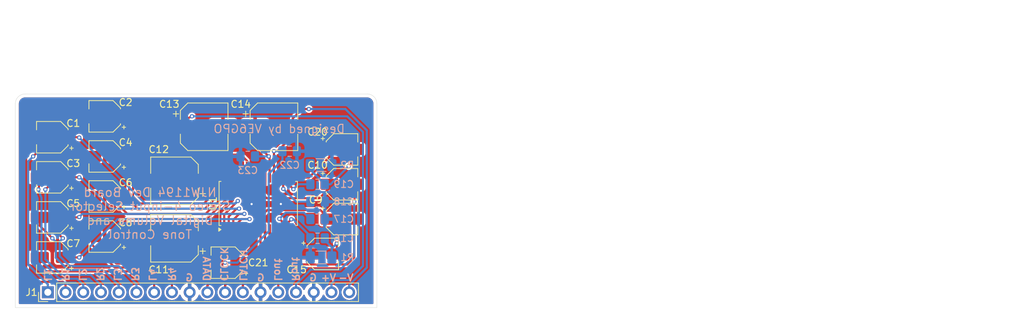
<source format=kicad_pcb>
(kicad_pcb (version 20240108) (generator "pcbnew") (generator_version "8.0")
  (layers (0 "F.Cu" signal) (31 "B.Cu" signal) (34 "B.Paste" user) (35 "F.Paste" user) (36 "B.SilkS" user "B.Silkscreen") (37 "F.SilkS" user "F.Silkscreen") (38 "B.Mask" user) (39 "F.Mask" user) (44 "Edge.Cuts" user))
  (net 0 "")
  (net 1 "Net-(U1-In_A1)")
  (net 2 "Net-(U1-In_B1)")
  (net 3 "Net-(U1-In_A2)")
  (net 4 "Net-(U1-In_B2)")
  (net 5 "Net-(U1-In_A3)")
  (net 6 "Net-(U1-In_B3)")
  (net 7 "Net-(U1-In_A4)")
  (net 8 "Net-(U1-In_B4)")
  (net 9 "Net-(U1-Out_A)")
  (net 10 "Net-(U1-Out_B)")
  (net 11 "Net-(U1-DCCAP_A)")
  (net 12 "GND")
  (net 13 "Net-(U1-DCCAP_B)")
  (net 14 "/V+")
  (net 15 "/V-")
  (net 16 "Net-(C15-Pad2)")
  (net 17 "Net-(U1-Tone_BA2A)")
  (net 18 "Net-(U1-Tone_BA1A)")
  (net 19 "Net-(U1-Tone_TR1A)")
  (net 20 "Net-(U1-Tone_TR1B)")
  (net 21 "Net-(U1-Tone_BA1B)")
  (net 22 "Net-(C19-Pad1)")
  (net 23 "Net-(U1-Tone_BA2B)")
  (net 24 "Net-(U1-VDDOUT)")
  (net 25 "/L1_in")
  (net 26 "/R1_in")
  (net 27 "/L2_in")
  (net 28 "/R2_in")
  (net 29 "/L3_in")
  (net 30 "/R3_in")
  (net 31 "/L4_in")
  (net 32 "/R4_in")
  (net 33 "/L_out")
  (net 34 "/R_out")
  (net 35 "/LATCH")
  (net 36 "/CLOCK")
  (net 37 "/DATA")
  (footprint "Capacitor_SMD:CP_Elec_4x5.7" (layer "F.Cu") (at 102.25 86.5 180)
    (property "Reference" "C7" (at -3 2 180) (layer "F.SilkS"))
    (property "Value" "10u")
    (pad "1" smd roundrect (at -1.8 0 180) (size 2.6 1.6) (layers "F.Cu" "F.Paste" "F.Mask") (roundrect_rratio 0.15625) (net 7 "Net-(U1-In_A4)"))
    (pad "2" smd roundrect (at 1.8 0 180) (size 2.6 1.6) (layers "F.Cu" "F.Paste" "F.Mask") (roundrect_rratio 0.15625) (net 31 "/L4_in"))
  )
  (footprint "Capacitor_SMD:CP_Elec_6.3x7.7" (layer "F.Cu") (at 124 67.75)
    (property "Reference" "C13" (at -5 -3.25 0) (layer "F.SilkS"))
    (property "Value" "100u")
    (pad "1" smd roundrect (at -2.7 0) (size 3.5 1.6) (layers "F.Cu" "F.Paste" "F.Mask") (roundrect_rratio 0.15625) (net 14 "/V+"))
    (pad "2" smd roundrect (at 2.7 0) (size 3.5 1.6) (layers "F.Cu" "F.Paste" "F.Mask") (roundrect_rratio 0.15625) (net 12 "GND"))
  )
  (footprint "Capacitor_SMD:CP_Elec_6.3x7.7" (layer "F.Cu") (at 119.75 75.5 180)
    (property "Reference" "C12" (at 2.25 4.5 0) (layer "F.SilkS"))
    (property "Value" "100u")
    (pad "1" smd roundrect (at -2.7 0 180) (size 3.5 1.6) (layers "F.Cu" "F.Paste" "F.Mask") (roundrect_rratio 0.15625) (net 13 "Net-(U1-DCCAP_B)"))
    (pad "2" smd roundrect (at 2.7 0 180) (size 3.5 1.6) (layers "F.Cu" "F.Paste" "F.Mask") (roundrect_rratio 0.15625) (net 12 "GND"))
  )
  (footprint "Capacitor_SMD:CP_Elec_4x5.7" (layer "F.Cu") (at 143.75 71)
    (property "Reference" "C20" (at -3.5 -2.5 180) (layer "F.SilkS"))
    (property "Value" "4u7")
    (pad "1" smd roundrect (at -1.8 0) (size 2.6 1.6) (layers "F.Cu" "F.Paste" "F.Mask") (roundrect_rratio 0.15625) (net 23 "Net-(U1-Tone_BA2B)"))
    (pad "2" smd roundrect (at 1.8 0) (size 2.6 1.6) (layers "F.Cu" "F.Paste" "F.Mask") (roundrect_rratio 0.15625) (net 22 "Net-(C19-Pad1)"))
  )
  (footprint "Capacitor_SMD:CP_Elec_4x5.7" (layer "F.Cu") (at 127.25 87.25 180)
    (property "Reference" "C21" (at -4.5 0 0) (layer "F.SilkS"))
    (property "Value" "10u")
    (pad "1" smd roundrect (at -1.8 0 180) (size 2.6 1.6) (layers "F.Cu" "F.Paste" "F.Mask") (roundrect_rratio 0.15625) (net 24 "Net-(U1-VDDOUT)"))
    (pad "2" smd roundrect (at 1.8 0 180) (size 2.6 1.6) (layers "F.Cu" "F.Paste" "F.Mask") (roundrect_rratio 0.15625) (net 15 "/V-"))
  )
  (footprint "Capacitor_SMD:CP_Elec_4x5.7" (layer "F.Cu") (at 102.25 80.75 180)
    (property "Reference" "C5" (at -3 2 180) (layer "F.SilkS"))
    (property "Value" "10u")
    (pad "1" smd roundrect (at -1.8 0 180) (size 2.6 1.6) (layers "F.Cu" "F.Paste" "F.Mask") (roundrect_rratio 0.15625) (net 5 "Net-(U1-In_A3)"))
    (pad "2" smd roundrect (at 1.8 0 180) (size 2.6 1.6) (layers "F.Cu" "F.Paste" "F.Mask") (roundrect_rratio 0.15625) (net 29 "/L3_in"))
  )
  (footprint "GP_graphics:graph" (layer "F.Cu") (at 115.25 68.25)
    (property "Reference" "G***" (hide yes))
    (property "Value" "LOGO" (hide yes))
  )
  (footprint "Capacitor_SMD:CP_Elec_6.3x7.7" (layer "F.Cu") (at 134 67.75)
    (property "Reference" "C14" (at -4.75 -3.25 0) (layer "F.SilkS"))
    (property "Value" "100u")
    (pad "1" smd roundrect (at -2.7 0) (size 3.5 1.6) (layers "F.Cu" "F.Paste" "F.Mask") (roundrect_rratio 0.15625) (net 12 "GND"))
    (pad "2" smd roundrect (at 2.7 0) (size 3.5 1.6) (layers "F.Cu" "F.Paste" "F.Mask") (roundrect_rratio 0.15625) (net 15 "/V-"))
  )
  (footprint "Capacitor_SMD:CP_Elec_4x5.7" (layer "F.Cu") (at 109.75 72 180)
    (property "Reference" "C4" (at -3 2 180) (layer "F.SilkS"))
    (property "Value" "10u")
    (pad "1" smd roundrect (at -1.8 0 180) (size 2.6 1.6) (layers "F.Cu" "F.Paste" "F.Mask") (roundrect_rratio 0.15625) (net 4 "Net-(U1-In_B2)"))
    (pad "2" smd roundrect (at 1.8 0 180) (size 2.6 1.6) (layers "F.Cu" "F.Paste" "F.Mask") (roundrect_rratio 0.15625) (net 28 "/R2_in"))
  )
  (footprint "Capacitor_SMD:CP_Elec_4x5.7" (layer "F.Cu") (at 143.75 81)
    (property "Reference" "C9" (at -3.75 -2.75 0) (layer "F.SilkS"))
    (property "Value" "10u")
    (pad "1" smd roundrect (at -1.8 0) (size 2.6 1.6) (layers "F.Cu" "F.Paste" "F.Mask") (roundrect_rratio 0.15625) (net 9 "Net-(U1-Out_A)"))
    (pad "2" smd roundrect (at 1.8 0) (size 2.6 1.6) (layers "F.Cu" "F.Paste" "F.Mask") (roundrect_rratio 0.15625) (net 33 "/L_out"))
  )
  (footprint "Capacitor_SMD:CP_Elec_4x5.7" (layer "F.Cu") (at 109.75 77.75 180)
    (property "Reference" "C6" (at -3 2 180) (layer "F.SilkS"))
    (property "Value" "10u")
    (pad "1" smd roundrect (at -1.8 0 180) (size 2.6 1.6) (layers "F.Cu" "F.Paste" "F.Mask") (roundrect_rratio 0.15625) (net 6 "Net-(U1-In_B3)"))
    (pad "2" smd roundrect (at 1.8 0 180) (size 2.6 1.6) (layers "F.Cu" "F.Paste" "F.Mask") (roundrect_rratio 0.15625) (net 30 "/R3_in"))
  )
  (footprint "Capacitor_SMD:CP_Elec_4x5.7" (layer "F.Cu") (at 141 86)
    (property "Reference" "C15" (at -3.75 2.25 180) (layer "F.SilkS"))
    (property "Value" "4u7")
    (pad "1" smd roundrect (at -1.8 0) (size 2.6 1.6) (layers "F.Cu" "F.Paste" "F.Mask") (roundrect_rratio 0.15625) (net 17 "Net-(U1-Tone_BA2A)"))
    (pad "2" smd roundrect (at 1.8 0) (size 2.6 1.6) (layers "F.Cu" "F.Paste" "F.Mask") (roundrect_rratio 0.15625) (net 16 "Net-(C15-Pad2)"))
  )
  (footprint "Package_SO:TSSOP-32_6.1x11mm_P0.65mm" (layer "F.Cu") (at 131.75 78.75 90)
    (property "Reference" "U1" (at 0 -6.45 90) (layer "F.SilkS"))
    (property "Value" "NJW1194")
    (pad "1" smd roundrect (at -3.7125 -4.875 90) (size 1.475 0.4) (layers "F.Cu" "F.Paste" "F.Mask") (net 1 "Net-(U1-In_A1)"))
    (pad "2" smd roundrect (at -3.7125 -4.225 90) (size 1.475 0.4) (layers "F.Cu" "F.Paste" "F.Mask") (net 3 "Net-(U1-In_A2)"))
    (pad "3" smd roundrect (at -3.7125 -3.575 90) (size 1.475 0.4) (layers "F.Cu" "F.Paste" "F.Mask") (net 5 "Net-(U1-In_A3)"))
    (pad "4" smd roundrect (at -3.7125 -2.925 90) (size 1.475 0.4) (layers "F.Cu" "F.Paste" "F.Mask") (net 7 "Net-(U1-In_A4)"))
    (pad "5" smd roundrect (at -3.7125 -2.275 90) (size 1.475 0.4) (layers "F.Cu" "F.Paste" "F.Mask") (net 12 "GND"))
    (pad "6" smd roundrect (at -3.7125 -1.625 90) (size 1.475 0.4) (layers "F.Cu" "F.Paste" "F.Mask") (net 11 "Net-(U1-DCCAP_A)"))
    (pad "7" smd roundrect (at -3.7125 -0.975 90) (size 1.475 0.4) (layers "F.Cu" "F.Paste" "F.Mask") (net 12 "GND"))
    (pad "8" smd roundrect (at -3.7125 -0.325 90) (size 1.475 0.4) (layers "F.Cu" "F.Paste" "F.Mask") (net 9 "Net-(U1-Out_A)"))
    (pad "9" smd roundrect (at -3.7125 0.325 90) (size 1.475 0.4) (layers "F.Cu" "F.Paste" "F.Mask") (net 24 "Net-(U1-VDDOUT)"))
    (pad "10" smd roundrect (at -3.7125 0.975 90) (size 1.475 0.4) (layers "F.Cu" "F.Paste" "F.Mask") (net 37 "/DATA"))
    (pad "11" smd roundrect (at -3.7125 1.625 90) (size 1.475 0.4) (layers "F.Cu" "F.Paste" "F.Mask") (net 36 "/CLOCK"))
    (pad "12" smd roundrect (at -3.7125 2.275 90) (size 1.475 0.4) (layers "F.Cu" "F.Paste" "F.Mask") (net 35 "/LATCH"))
    (pad "13" smd roundrect (at -3.7125 2.925 90) (size 1.475 0.4) (layers "F.Cu" "F.Paste" "F.Mask") (net 12 "GND"))
    (pad "14" smd roundrect (at -3.7125 3.575 90) (size 1.475 0.4) (layers "F.Cu" "F.Paste" "F.Mask") (net 19 "Net-(U1-Tone_TR1A)"))
    (pad "15" smd roundrect (at -3.7125 4.225 90) (size 1.475 0.4) (layers "F.Cu" "F.Paste" "F.Mask") (net 18 "Net-(U1-Tone_BA1A)"))
    (pad "16" smd roundrect (at -3.7125 4.875 90) (size 1.475 0.4) (layers "F.Cu" "F.Paste" "F.Mask") (net 17 "Net-(U1-Tone_BA2A)"))
    (pad "17" smd roundrect (at 3.7125 4.875 90) (size 1.475 0.4) (layers "F.Cu" "F.Paste" "F.Mask") (net 23 "Net-(U1-Tone_BA2B)"))
    (pad "18" smd roundrect (at 3.7125 4.225 90) (size 1.475 0.4) (layers "F.Cu" "F.Paste" "F.Mask") (net 21 "Net-(U1-Tone_BA1B)"))
    (pad "19" smd roundrect (at 3.7125 3.575 90) (size 1.475 0.4) (layers "F.Cu" "F.Paste" "F.Mask") (net 20 "Net-(U1-Tone_TR1B)"))
    (pad "20" smd roundrect (at 3.7125 2.925 90) (size 1.475 0.4) (layers "F.Cu" "F.Paste" "F.Mask") (net 12 "GND"))
    (pad "21" smd roundrect (at 3.7125 2.275 90) (size 1.475 0.4) (layers "F.Cu" "F.Paste" "F.Mask") (net 15 "/V-"))
    (pad "22" smd roundrect (at 3.7125 1.625 90) (size 1.475 0.4) (layers "F.Cu" "F.Paste" "F.Mask") (net 14 "/V+"))
    (pad "23" smd roundrect (at 3.7125 0.975 90) (size 1.475 0.4) (layers "F.Cu" "F.Paste" "F.Mask") (net 12 "GND"))
    (pad "24" smd roundrect (at 3.7125 0.325 90) (size 1.475 0.4) (layers "F.Cu" "F.Paste" "F.Mask") (net 12 "GND"))
    (pad "25" smd roundrect (at 3.7125 -0.325 90) (size 1.475 0.4) (layers "F.Cu" "F.Paste" "F.Mask") (net 10 "Net-(U1-Out_B)"))
    (pad "26" smd roundrect (at 3.7125 -0.975 90) (size 1.475 0.4) (layers "F.Cu" "F.Paste" "F.Mask") (net 12 "GND"))
    (pad "27" smd roundrect (at 3.7125 -1.625 90) (size 1.475 0.4) (layers "F.Cu" "F.Paste" "F.Mask") (net 13 "Net-(U1-DCCAP_B)"))
    (pad "28" smd roundrect (at 3.7125 -2.275 90) (size 1.475 0.4) (layers "F.Cu" "F.Paste" "F.Mask") (net 12 "GND"))
    (pad "29" smd roundrect (at 3.7125 -2.925 90) (size 1.475 0.4) (layers "F.Cu" "F.Paste" "F.Mask") (net 8 "Net-(U1-In_B4)"))
    (pad "30" smd roundrect (at 3.7125 -3.575 90) (size 1.475 0.4) (layers "F.Cu" "F.Paste" "F.Mask") (net 6 "Net-(U1-In_B3)"))
    (pad "31" smd roundrect (at 3.7125 -4.225 90) (size 1.475 0.4) (layers "F.Cu" "F.Paste" "F.Mask") (net 4 "Net-(U1-In_B2)"))
    (pad "32" smd roundrect (at 3.7125 -4.875 90) (size 1.475 0.4) (layers "F.Cu" "F.Paste" "F.Mask") (net 2 "Net-(U1-In_B1)"))
  )
  (footprint "Capacitor_SMD:CP_Elec_4x5.7" (layer "F.Cu") (at 109.75 66.25 180)
    (property "Reference" "C2" (at -3 2 180) (layer "F.SilkS"))
    (property "Value" "10u")
    (pad "1" smd roundrect (at -1.8 0 180) (size 2.6 1.6) (layers "F.Cu" "F.Paste" "F.Mask") (roundrect_rratio 0.15625) (net 2 "Net-(U1-In_B1)"))
    (pad "2" smd roundrect (at 1.8 0 180) (size 2.6 1.6) (layers "F.Cu" "F.Paste" "F.Mask") (roundrect_rratio 0.15625) (net 26 "/R1_in"))
  )
  (footprint "Connector_PinHeader_2.54mm:PinHeader_1x18_P2.54mm_Vertical" (layer "F.Cu") (at 101.6 91.5 90)
    (property "Reference" "J1" (at 0 -2.33 0) (layer "F.SilkS"))
    (property "Value" "Conn_01x18_Pin")
    (pad "1" thru_hole rect (at 0 0 90) (size 1.7 1.7) (drill 1) (layers "*.Cu" "*.Mask") (net 25 "/L1_in"))
    (pad "2" thru_hole oval (at 0 2.54 90) (size 1.7 1.7) (drill 1) (layers "*.Cu" "*.Mask") (net 26 "/R1_in"))
    (pad "3" thru_hole oval (at 0 5.08 90) (size 1.7 1.7) (drill 1) (layers "*.Cu" "*.Mask") (net 27 "/L2_in"))
    (pad "4" thru_hole oval (at 0 7.62 90) (size 1.7 1.7) (drill 1) (layers "*.Cu" "*.Mask") (net 28 "/R2_in"))
    (pad "5" thru_hole oval (at 0 10.16 90) (size 1.7 1.7) (drill 1) (layers "*.Cu" "*.Mask") (net 29 "/L3_in"))
    (pad "6" thru_hole oval (at 0 12.7 90) (size 1.7 1.7) (drill 1) (layers "*.Cu" "*.Mask") (net 30 "/R3_in"))
    (pad "7" thru_hole oval (at 0 15.24 90) (size 1.7 1.7) (drill 1) (layers "*.Cu" "*.Mask") (net 31 "/L4_in"))
    (pad "8" thru_hole oval (at 0 17.78 90) (size 1.7 1.7) (drill 1) (layers "*.Cu" "*.Mask") (net 32 "/R4_in"))
    (pad "9" thru_hole oval (at 0 20.32 90) (size 1.7 1.7) (drill 1) (layers "*.Cu" "*.Mask") (net 12 "GND"))
    (pad "10" thru_hole oval (at 0 22.86 90) (size 1.7 1.7) (drill 1) (layers "*.Cu" "*.Mask") (net 37 "/DATA"))
    (pad "11" thru_hole oval (at 0 25.4 90) (size 1.7 1.7) (drill 1) (layers "*.Cu" "*.Mask") (net 36 "/CLOCK"))
    (pad "12" thru_hole oval (at 0 27.94 90) (size 1.7 1.7) (drill 1) (layers "*.Cu" "*.Mask") (net 35 "/LATCH"))
    (pad "13" thru_hole oval (at 0 30.48 90) (size 1.7 1.7) (drill 1) (layers "*.Cu" "*.Mask") (net 12 "GND"))
    (pad "14" thru_hole oval (at 0 33.02 90) (size 1.7 1.7) (drill 1) (layers "*.Cu" "*.Mask") (net 33 "/L_out"))
    (pad "15" thru_hole oval (at 0 35.56 90) (size 1.7 1.7) (drill 1) (layers "*.Cu" "*.Mask") (net 34 "/R_out"))
    (pad "16" thru_hole oval (at 0 38.1 90) (size 1.7 1.7) (drill 1) (layers "*.Cu" "*.Mask") (net 12 "GND"))
    (pad "17" thru_hole oval (at 0 40.64 90) (size 1.7 1.7) (drill 1) (layers "*.Cu" "*.Mask") (net 14 "/V+"))
    (pad "18" thru_hole oval (at 0 43.18 90) (size 1.7 1.7) (drill 1) (layers "*.Cu" "*.Mask") (net 15 "/V-"))
  )
  (footprint "Capacitor_SMD:CP_Elec_4x5.7" (layer "F.Cu") (at 102.25 75 180)
    (property "Reference" "C3" (at -3 2 180) (layer "F.SilkS"))
    (property "Value" "10u")
    (pad "1" smd roundrect (at -1.8 0 180) (size 2.6 1.6) (layers "F.Cu" "F.Paste" "F.Mask") (roundrect_rratio 0.15625) (net 3 "Net-(U1-In_A2)"))
    (pad "2" smd roundrect (at 1.8 0 180) (size 2.6 1.6) (layers "F.Cu" "F.Paste" "F.Mask") (roundrect_rratio 0.15625) (net 27 "/L2_in"))
  )
  (footprint "Capacitor_SMD:CP_Elec_4x5.7" (layer "F.Cu") (at 109.75 83.5 180)
    (property "Reference" "C8" (at -3 2 180) (layer "F.SilkS"))
    (property "Value" "10u")
    (pad "1" smd roundrect (at -1.8 0 180) (size 2.6 1.6) (layers "F.Cu" "F.Paste" "F.Mask") (roundrect_rratio 0.15625) (net 8 "Net-(U1-In_B4)"))
    (pad "2" smd roundrect (at 1.8 0 180) (size 2.6 1.6) (layers "F.Cu" "F.Paste" "F.Mask") (roundrect_rratio 0.15625) (net 32 "/R4_in"))
  )
  (footprint "Capacitor_SMD:CP_Elec_4x5.7" (layer "F.Cu") (at 102.25 69.25 180)
    (property "Reference" "C1" (at -3 2 180) (layer "F.SilkS"))
    (property "Value" "10u")
    (pad "1" smd roundrect (at -1.8 0 180) (size 2.6 1.6) (layers "F.Cu" "F.Paste" "F.Mask") (roundrect_rratio 0.15625) (net 1 "Net-(U1-In_A1)"))
    (pad "2" smd roundrect (at 1.8 0 180) (size 2.6 1.6) (layers "F.Cu" "F.Paste" "F.Mask") (roundrect_rratio 0.15625) (net 25 "/L1_in"))
  )
  (footprint "Capacitor_SMD:CP_Elec_4x5.7" (layer "F.Cu") (at 143.75 76)
    (property "Reference" "C10" (at -3.5 -2.75 0) (layer "F.SilkS"))
    (property "Value" "10u")
    (pad "1" smd roundrect (at -1.8 0) (size 2.6 1.6) (layers "F.Cu" "F.Paste" "F.Mask") (roundrect_rratio 0.15625) (net 10 "Net-(U1-Out_B)"))
    (pad "2" smd roundrect (at 1.8 0) (size 2.6 1.6) (layers "F.Cu" "F.Paste" "F.Mask") (roundrect_rratio 0.15625) (net 34 "/R_out"))
  )
  (footprint "Capacitor_SMD:CP_Elec_6.3x7.7" (layer "F.Cu") (at 119.75 83.75 180)
    (property "Reference" "C11" (at 2.25 -4.5 0) (layer "F.SilkS"))
    (property "Value" "100u")
    (pad "1" smd roundrect (at -2.7 0 180) (size 3.5 1.6) (layers "F.Cu" "F.Paste" "F.Mask") (roundrect_rratio 0.15625) (net 11 "Net-(U1-DCCAP_A)"))
    (pad "2" smd roundrect (at 2.7 0 180) (size 3.5 1.6) (layers "F.Cu" "F.Paste" "F.Mask") (roundrect_rratio 0.15625) (net 12 "GND"))
  )
  (footprint "Capacitor_SMD:C_0805_2012Metric_Pad1.18x1.45mm_HandSolder" (layer "B.Cu") (at 130.25 72)
    (property "Reference" "C23" (at 0 2 0) (layer "B.SilkS") (effects (justify mirror)))
    (property "Value" "100n")
    (pad "1" smd roundrect (at -1.0375 0) (size 1.175 1.45) (layers "B.Cu" "B.Paste" "B.Mask") (roundrect_rratio 0.212766) (net 12 "GND"))
    (pad "2" smd roundrect (at 1.0375 0) (size 1.175 1.45) (layers "B.Cu" "B.Paste" "B.Mask") (roundrect_rratio 0.212766) (net 14 "/V+"))
  )
  (footprint "Capacitor_SMD:C_0805_2012Metric_Pad1.18x1.45mm_HandSolder" (layer "B.Cu") (at 136.25 71.25)
    (property "Reference" "C22" (at 0 2 0) (layer "B.SilkS") (effects (justify mirror)))
    (property "Value" "100n")
    (pad "1" smd roundrect (at -1.0375 0) (size 1.175 1.45) (layers "B.Cu" "B.Paste" "B.Mask") (roundrect_rratio 0.212766) (net 15 "/V-"))
    (pad "2" smd roundrect (at 1.0375 0) (size 1.175 1.45) (layers "B.Cu" "B.Paste" "B.Mask") (roundrect_rratio 0.212766) (net 12 "GND"))
  )
  (footprint "Capacitor_SMD:C_0805_2012Metric_Pad1.18x1.45mm_HandSolder" (layer "B.Cu") (at 140.25 78.5 180)
    (property "Reference" "C18" (at -3.75 0 180) (layer "B.SilkS") (effects (justify mirror)))
    (property "Value" "3n3")
    (pad "1" smd roundrect (at -1.0375 0 180) (size 1.175 1.45) (layers "B.Cu" "B.Paste" "B.Mask") (roundrect_rratio 0.212766) (net 12 "GND"))
    (pad "2" smd roundrect (at 1.0375 0 180) (size 1.175 1.45) (layers "B.Cu" "B.Paste" "B.Mask") (roundrect_rratio 0.212766) (net 20 "Net-(U1-Tone_TR1B)"))
  )
  (footprint "Capacitor_SMD:C_0805_2012Metric_Pad1.18x1.45mm_HandSolder" (layer "B.Cu") (at 140.25 81 180)
    (property "Reference" "C17" (at -3.75 0 180) (layer "B.SilkS") (effects (justify mirror)))
    (property "Value" "3n3")
    (pad "1" smd roundrect (at -1.0375 0 180) (size 1.175 1.45) (layers "B.Cu" "B.Paste" "B.Mask") (roundrect_rratio 0.212766) (net 12 "GND"))
    (pad "2" smd roundrect (at 1.0375 0 180) (size 1.175 1.45) (layers "B.Cu" "B.Paste" "B.Mask") (roundrect_rratio 0.212766) (net 19 "Net-(U1-Tone_TR1A)"))
  )
  (footprint "Resistor_SMD:R_1206_3216Metric_Pad1.30x1.75mm_HandSolder" (layer "B.Cu") (at 140.75 73.25)
    (property "Reference" "R2" (at 3.75 0 0) (layer "B.SilkS") (effects (justify mirror)))
    (property "Value" "4k7")
    (pad "1" smd roundrect (at -1.55 0) (size 1.3 1.75) (layers "B.Cu" "B.Paste" "B.Mask") (roundrect_rratio 0.192308) (net 22 "Net-(C19-Pad1)"))
    (pad "2" smd roundrect (at 1.55 0) (size 1.3 1.75) (layers "B.Cu" "B.Paste" "B.Mask") (roundrect_rratio 0.192308) (net 12 "GND"))
  )
  (footprint "Capacitor_SMD:C_0805_2012Metric_Pad1.18x1.45mm_HandSolder" (layer "B.Cu") (at 140.25 76 180)
    (property "Reference" "C19" (at -3.75 0 180) (layer "B.SilkS") (effects (justify mirror)))
    (property "Value" "100n")
    (pad "1" smd roundrect (at -1.0375 0 180) (size 1.175 1.45) (layers "B.Cu" "B.Paste" "B.Mask") (roundrect_rratio 0.212766) (net 22 "Net-(C19-Pad1)"))
    (pad "2" smd roundrect (at 1.0375 0 180) (size 1.175 1.45) (layers "B.Cu" "B.Paste" "B.Mask") (roundrect_rratio 0.212766) (net 21 "Net-(U1-Tone_BA1B)"))
  )
  (footprint "Resistor_SMD:R_1206_3216Metric_Pad1.30x1.75mm_HandSolder" (layer "B.Cu") (at 140.75 86.5)
    (property "Reference" "R1" (at 3.75 0 0) (layer "B.SilkS") (effects (justify mirror)))
    (property "Value" "4k7")
    (pad "1" smd roundrect (at -1.55 0) (size 1.3 1.75) (layers "B.Cu" "B.Paste" "B.Mask") (roundrect_rratio 0.192308) (net 12 "GND"))
    (pad "2" smd roundrect (at 1.55 0) (size 1.3 1.75) (layers "B.Cu" "B.Paste" "B.Mask") (roundrect_rratio 0.192308) (net 16 "Net-(C15-Pad2)"))
  )
  (footprint "Capacitor_SMD:C_0805_2012Metric_Pad1.18x1.45mm_HandSolder" (layer "B.Cu") (at 140.25 83.75 180)
    (property "Reference" "C16" (at -3.75 0 180) (layer "B.SilkS") (effects (justify mirror)))
    (property "Value" "100n")
    (pad "1" smd roundrect (at -1.0375 0 180) (size 1.175 1.45) (layers "B.Cu" "B.Paste" "B.Mask") (roundrect_rratio 0.212766) (net 16 "Net-(C15-Pad2)"))
    (pad "2" smd roundrect (at 1.0375 0 180) (size 1.175 1.45) (layers "B.Cu" "B.Paste" "B.Mask") (roundrect_rratio 0.212766) (net 18 "Net-(U1-Tone_BA1A)"))
  )
  (gr_arc (start 147.35 63.04) (mid 148.339949 63.450051) (end 148.75 64.44) (stroke (width 0.05)) (layer "Edge.Cuts"))
  (gr_line (start 96.95 93.69) (end 96.95 64.44) (stroke (width 0.05)) (layer "Edge.Cuts"))
  (gr_arc (start 96.95 64.44) (mid 97.360051 63.450051) (end 98.35 63.04) (stroke (width 0.05)) (layer "Edge.Cuts"))
  (gr_line (start 148.75 64.44) (end 148.75 93.69) (stroke (width 0.05)) (layer "Edge.Cuts"))
  (gr_line (start 98.35 63.04) (end 147.35 63.04) (stroke (width 0.05)) (layer "Edge.Cuts"))
  (gr_line (start 148.75 93.69) (end 96.95 93.69) (stroke (width 0.05)) (layer "Edge.Cuts"))
  (gr_text "R2" (at 108.5 90 270) (layer "B.SilkS") (effects (font (size 1 1) (thickness 0.2) (bold yes)) (justify left bottom mirror)))
  (gr_text "G" (at 132.75 90 0) (layer "B.SilkS") (effects (font (size 1 1) (thickness 0.2) (bold yes)) (justify left bottom mirror)))
  (gr_text "CLOCK" (at 126.25 90 270) (layer "B.SilkS") (effects (font (size 1 1) (thickness 0.2) (bold yes)) (justify left bottom mirror)))
  (gr_text "L3" (at 111 90 270) (layer "B.SilkS") (effects (font (size 1 1) (thickness 0.2) (bold yes)) (justify left bottom mirror)))
  (gr_text "Designed by VE6GPO" (at 144.25 68.75 0) (layer "B.SilkS") (effects (font (size 1.2 1.2)) (justify left bottom mirror)))
  (gr_text "L1" (at 101 90 270) (layer "B.SilkS") (effects (font (size 1 1) (thickness 0.2) (bold yes)) (justify left bottom mirror)))
  (gr_text "DATA" (at 123.75 90 270) (layer "B.SilkS") (effects (font (size 1 1) (thickness 0.2) (bold yes)) (justify left bottom mirror)))
  (gr_text "V-" (at 145.5 90 0) (layer "B.SilkS") (effects (font (size 1 1) (thickness 0.2) (bold yes)) (justify left bottom mirror)))
  (gr_text "R4" (at 118.75 90 270) (layer "B.SilkS") (effects (font (size 1 1) (thickness 0.2) (bold yes)) (justify left bottom mirror)))
  (gr_text "L4" (at 116 90 270) (layer "B.SilkS") (effects (font (size 1 1) (thickness 0.2) (bold yes)) (justify left bottom mirror)))
  (gr_text "V+" (at 143 90 0) (layer "B.SilkS") (effects (font (size 1 1) (thickness 0.2) (bold yes)) (justify left bottom mirror)))
  (gr_text "R3" (at 113.5 90 270) (layer "B.SilkS") (effects (font (size 1 1) (thickness 0.2) (bold yes)) (justify left bottom mirror)))
  (gr_text "LATCH" (at 129 90 270) (layer "B.SilkS") (effects (font (size 1 1) (thickness 0.2) (bold yes)) (justify left bottom mirror)))
  (gr_text "Lout" (at 134 90 270) (layer "B.SilkS") (effects (font (size 1 1) (thickness 0.2) (bold yes)) (justify left bottom mirror)))
  (gr_text "R1" (at 103.5 90 270) (layer "B.SilkS") (effects (font (size 1 1) (thickness 0.2) (bold yes)) (justify left bottom mirror)))
  (gr_text "L2" (at 106 90 270) (layer "B.SilkS") (effects (font (size 1 1) (thickness 0.2) (bold yes)) (justify left bottom mirror)))
  (gr_text "G" (at 140.25 90 0) (layer "B.SilkS") (effects (font (size 1 1) (thickness 0.2) (bold yes)) (justify left bottom mirror)))
  (gr_text "G" (at 122.5 90 0) (layer "B.SilkS") (effects (font (size 1 1) (thickness 0.2) (bold yes)) (justify left bottom mirror)))
  (gr_text "Rout" (at 136.5 90 270) (layer "B.SilkS") (effects (font (size 1 1) (thickness 0.2) (bold yes)) (justify left bottom mirror)))
  (gr_text_box "NJW1194 Dev Board\nStereo 4-input Selector Digital Volume and Tone Control" (start 103.625 75.5) (end 128.875 84.5) (layer "B.SilkS") (effects (font (size 1.25 1.25) (thickness 0.15625)) (justify top mirror)) (border no) (stroke (width 0.1)))
  (segment (start 104.05 69.25) (end 106.05 69.25) (width 0.3048) (layer "F.Cu") (net 1))
  (segment (start 106.05 69.25) (end 106.1 69.3) (width 0.3048) (layer "F.Cu") (net 1))
  (segment (start 126.875 80.345) (end 126.875 82.4625) (width 0.3048) (layer "F.Cu") (net 1))
  (segment (start 128.82 78.4) (end 126.875 80.345) (width 0.3048) (layer "F.Cu") (net 1))
  (via (at 128.82 78.4) (size 0.6096) (drill 0.3048) (layers "F.Cu" "B.Cu") (net 1))
  (via (at 106.1 69.3) (size 0.6096) (drill 0.3048) (layers "F.Cu" "B.Cu") (net 1))
  (segment (start 128.82 78.4) (end 128.47 78.75) (width 0.3048) (layer "B.Cu") (net 1))
  (segment (start 115.55 78.75) (end 106.1 69.3) (width 0.3048) (layer "B.Cu") (net 1))
  (segment (start 128.47 78.75) (end 115.55 78.75) (width 0.3048) (layer "B.Cu") (net 1))
  (segment (start 113.8152 77.774938) (end 113.8152 69.5652) (width 0.3048) (layer "F.Cu") (net 2))
  (segment (start 113.8152 69.5652) (end 111.55 67.3) (width 0.3048) (layer "F.Cu") (net 2))
  (segment (start 111.55 67.3) (end 111.55 66.25) (width 0.3048) (layer "F.Cu") (net 2))
  (segment (start 126.875 75.845) (end 123.97 78.75) (width 0.3048) (layer "F.Cu") (net 2))
  (segment (start 114.790262 78.75) (end 113.8152 77.774938) (width 0.3048) (layer "F.Cu") (net 2))
  (segment (start 123.97 78.75) (end 114.790262 78.75) (width 0.3048) (layer "F.Cu") (net 2))
  (segment (start 126.875 75.0375) (end 126.875 75.845) (width 0.3048) (layer "F.Cu") (net 2))
  (segment (start 104.05 75) (end 106.1 75) (width 0.3048) (layer "F.Cu") (net 3))
  (segment (start 129 79.5) (end 128.65 79.5) (width 0.3048) (layer "F.Cu") (net 3))
  (segment (start 128.65 79.5) (end 127.525 80.625) (width 0.3048) (layer "F.Cu") (net 3))
  (segment (start 127.525 80.625) (end 127.525 82.4625) (width 0.3048) (layer "F.Cu") (net 3))
  (via (at 129 79.5) (size 0.6096) (drill 0.3048) (layers "F.Cu" "B.Cu") (net 3))
  (via (at 106.1 75) (size 0.6096) (drill 0.3048) (layers "F.Cu" "B.Cu") (net 3))
  (segment (start 110.7 79.5) (end 106.2 75) (width 0.3048) (layer "B.Cu") (net 3))
  (segment (start 129 79.5) (end 110.7 79.5) (width 0.3048) (layer "B.Cu") (net 3))
  (segment (start 127.525 75.0375) (end 127.525 76.085) (width 0.3048) (layer "F.Cu") (net 4))
  (segment (start 114.5 79.5) (end 113.2564 78.2564) (width 0.3048) (layer "F.Cu") (net 4))
  (segment (start 127.525 76.085) (end 124.11 79.5) (width 0.3048) (layer "F.Cu") (net 4))
  (segment (start 113.2564 74.7564) (end 111.55 73.05) (width 0.3048) (layer "F.Cu") (net 4))
  (segment (start 124.11 79.5) (end 114.5 79.5) (width 0.3048) (layer "F.Cu") (net 4))
  (segment (start 113.2564 78.2564) (end 113.2564 74.7564) (width 0.3048) (layer "F.Cu") (net 4))
  (segment (start 111.55 73.05) (end 111.55 72) (width 0.3048) (layer "F.Cu") (net 4))
  (segment (start 129.75 80.25) (end 129.02 80.25) (width 0.3048) (layer "F.Cu") (net 5))
  (segment (start 106.05 80.75) (end 106.1 80.7) (width 0.3048) (layer "F.Cu") (net 5))
  (segment (start 104.05 80.75) (end 106.05 80.75) (width 0.3048) (layer "F.Cu") (net 5))
  (segment (start 129.02 80.25) (end 128.175 81.095) (width 0.3048) (layer "F.Cu") (net 5))
  (segment (start 128.175 81.095) (end 128.175 82.4625) (width 0.3048) (layer "F.Cu") (net 5))
  (via (at 106.1 80.7) (size 0.6096) (drill 0.3048) (layers "F.Cu" "B.Cu") (net 5))
  (via (at 129.75 80.25) (size 0.6096) (drill 0.3048) (layers "F.Cu" "B.Cu") (net 5))
  (segment (start 106.55 80.25) (end 106.1 80.7) (width 0.3048) (layer "B.Cu") (net 5))
  (segment (start 129.75 80.25) (end 106.55 80.25) (width 0.3048) (layer "B.Cu") (net 5))
  (segment (start 128.175 75.0375) (end 128.175 76.275) (width 0.3048) (layer "F.Cu") (net 6))
  (segment (start 128.175 76.275) (end 124.2 80.25) (width 0.3048) (layer "F.Cu") (net 6))
  (segment (start 124.2 80.25) (end 113 80.25) (width 0.3048) (layer "F.Cu") (net 6))
  (segment (start 111.55 78.8) (end 111.55 77.75) (width 0.3048) (layer "F.Cu") (net 6))
  (segment (start 113 80.25) (end 111.55 78.8) (width 0.3048) (layer "F.Cu") (net 6))
  (segment (start 130.5 81) (end 129.36 81) (width 0.3048) (layer "F.Cu") (net 7))
  (segment (start 129.36 81) (end 128.825 81.535) (width 0.3048) (layer "F.Cu") (net 7))
  (segment (start 128.825 81.535) (end 128.825 82.4625) (width 0.3048) (layer "F.Cu") (net 7))
  (segment (start 104.05 86.5) (end 106.1 86.5) (width 0.3048) (layer "F.Cu") (net 7))
  (via (at 106.1 86.5) (size 0.6096) (drill 0.3048) (layers "F.Cu" "B.Cu") (net 7))
  (via (at 130.5 81) (size 0.6096) (drill 0.3048) (layers "F.Cu" "B.Cu") (net 7))
  (segment (start 130.5 81) (end 111.6 81) (width 0.3048) (layer "B.Cu") (net 7))
  (segment (start 111.6 81) (end 106.1 86.5) (width 0.3048) (layer "B.Cu") (net 7))
  (segment (start 113 81) (end 111.55 82.45) (width 0.3048) (layer "F.Cu") (net 8))
  (segment (start 128.825 75.0375) (end 128.825 76.525) (width 0.3048) (layer "F.Cu") (net 8))
  (segment (start 124.35 81) (end 113 81) (width 0.3048) (layer "F.Cu") (net 8))
  (segment (start 128.825 76.525) (end 124.35 81) (width 0.3048) (layer "F.Cu") (net 8))
  (segment (start 111.55 82.45) (end 111.55 83.5) (width 0.3048) (layer "F.Cu") (net 8))
  (segment (start 141.95 81) (end 140.65 79.7) (width 0.3048) (layer "F.Cu") (net 9))
  (segment (start 140.65 79.7) (end 133.04 79.7) (width 0.3048) (layer "F.Cu") (net 9))
  (segment (start 133.04 79.7) (end 131.425 81.315) (width 0.3048) (layer "F.Cu") (net 9))
  (segment (start 131.425 81.315) (end 131.425 82.4625) (width 0.3048) (layer "F.Cu") (net 9))
  (segment (start 141.95 76.55) (end 140.5 78) (width 0.3048) (layer "F.Cu") (net 10))
  (segment (start 140.5 78) (end 132.96 78) (width 0.3048) (layer "F.Cu") (net 10))
  (segment (start 141.95 76) (end 141.95 76.55) (width 0.3048) (layer "F.Cu") (net 10))
  (segment (start 132.96 78) (end 131.425 76.465) (width 0.3048) (layer "F.Cu") (net 10))
  (segment (start 131.425 76.465) (end 131.425 75.0375) (width 0.3048) (layer "F.Cu") (net 10))
  (segment (start 129.5 85.5) (end 130.125 84.875) (width 0.3048) (layer "F.Cu") (net 11))
  (segment (start 122.45 83.75) (end 122.45 84.95) (width 0.3048) (layer "F.Cu") (net 11))
  (segment (start 122.45 84.95) (end 123 85.5) (width 0.3048) (layer "F.Cu") (net 11))
  (segment (start 130.125 84.875) (end 130.125 82.4625) (width 0.3048) (layer "F.Cu") (net 11))
  (segment (start 123 85.5) (end 129.5 85.5) (width 0.3048) (layer "F.Cu") (net 11))
  (segment (start 132 68.45) (end 131.3 67.75) (width 0.3048) (layer "F.Cu") (net 12))
  (segment (start 126.7 67.75) (end 131.3 67.75) (width 0.4) (layer "F.Cu") (net 12))
  (via (at 130.8 78.84) (size 0.6096) (drill 0.3048) (layers "F.Cu" "B.Cu") (net 12))
  (via (at 134.99 78.83) (size 0.6096) (drill 0.3048) (layers "F.Cu" "B.Cu") (net 12))
  (segment (start 129.25 71.75) (end 130.125 72.625) (width 0.3048) (layer "F.Cu") (net 13))
  (segment (start 130.125 72.625) (end 130.125 75.0375) (width 0.3048) (layer "F.Cu") (net 13))
  (segment (start 122.45 74.05) (end 124.75 71.75) (width 0.3048) (layer "F.Cu") (net 13))
  (segment (start 124.75 71.75) (end 129.25 71.75) (width 0.3048) (layer "F.Cu") (net 13))
  (segment (start 122.45 75.5) (end 122.45 74.05) (width 0.3048) (layer "F.Cu") (net 13))
  (segment (start 131.25 70) (end 133.25 72) (width 0.3048) (layer "F.Cu") (net 14))
  (segment (start 121.3 66.7) (end 121.3 67.75) (width 0.3048) (layer "F.Cu") (net 14))
  (segment (start 133.25 72) (end 133.375 72.125) (width 0.3048) (layer "F.Cu") (net 14))
  (segment (start 121.3 67.75) (end 121.3 68.8) (width 0.3048) (layer "F.Cu") (net 14))
  (segment (start 133.375 72.125) (end 133.375 75.0375) (width 0.3048) (layer "F.Cu") (net 14))
  (segment (start 122.25 66.25) (end 121.3 66.7) (width 0.3048) (layer "F.Cu") (net 14))
  (segment (start 121.3 68.8) (end 122.5 70) (width 0.3048) (layer "F.Cu") (net 14))
  (segment (start 122.5 70) (end 131.25 70) (width 0.3048) (layer "F.Cu") (net 14))
  (via (at 133.25 72) (size 0.6096) (drill 0.3048) (layers "F.Cu" "B.Cu") (net 14))
  (via (at 122.25 66.25) (size 0.6096) (drill 0.3048) (layers "F.Cu" "B.Cu") (net 14))
  (segment (start 144.715394 89.75) (end 142.75 89.75) (width 0.3048) (layer "B.Cu") (net 14))
  (segment (start 131.2875 72) (end 133.25 72) (width 0.3048) (layer "B.Cu") (net 14))
  (segment (start 144.5 66.25) (end 146.75 68.5) (width 0.3048) (layer "B.Cu") (net 14))
  (segment (start 142.75 89.75) (end 142.24 90.26) (width 0.3048) (layer "B.Cu") (net 14))
  (segment (start 146.75 87.715394) (end 144.715394 89.75) (width 0.3048) (layer "B.Cu") (net 14))
  (segment (start 146.75 68.5) (end 146.75 87.715394) (width 0.3048) (layer "B.Cu") (net 14))
  (segment (start 142.24 90.26) (end 142.24 91.5) (width 0.3048) (layer "B.Cu") (net 14))
  (segment (start 122.25 66.25) (end 144.5 66.25) (width 0.3048) (layer "B.Cu") (net 14))
  (segment (start 136.7 67.75) (end 136.7 69.05) (width 0.3048) (layer "F.Cu") (net 15))
  (segment (start 138.05 65.2) (end 136.7 66.55) (width 0.3048) (layer "F.Cu") (net 15))
  (segment (start 136.7 66.55) (end 136.7 67.75) (width 0.3048) (layer "F.Cu") (net 15))
  (segment (start 139 65.2) (end 138.05 65.2) (width 0.3048) (layer "F.Cu") (net 15))
  (segment (start 126.45 87.25) (end 127 87.25) (width 0.3048) (layer "F.Cu") (net 15))
  (segment (start 136.7 69.05) (end 134.5 71.25) (width 0.3048) (layer "F.Cu") (net 15))
  (segment (start 134 71.25) (end 134 75.0125) (width 0.3048) (layer "F.Cu") (net 15))
  (segment (start 134 75.0125) (end 134.025 75.0375) (width 0.3048) (layer "F.Cu") (net 15))
  (segment (start 134.5 71.25) (end 134 71.25) (width 0.3048) (layer "F.Cu") (net 15))
  (via (at 139 65.2) (size 0.6096) (drill 0.3048) (layers "F.Cu" "B.Cu") (net 15))
  (via (at 127 87.25) (size 0.6096) (drill 0.3048) (layers "F.Cu" "B.Cu") (net 15))
  (via (at 134 71.25) (size 0.6096) (drill 0.3048) (layers "F.Cu" "B.Cu") (net 15))
  (segment (start 144.78 90.47) (end 144.78 91.5) (width 0.3048) (layer "B.Cu") (net 15))
  (segment (start 147.3048 87.9452) (end 144.78 90.47) (width 0.3048) (layer "B.Cu") (net 15))
  (segment (start 139 65.2) (end 144.234606 65.2) (width 0.3048) (layer "B.Cu") (net 15))
  (segment (start 133.25 82.75) (end 133.25 74.5) (width 0.3048) (layer "B.Cu") (net 15))
  (segment (start 144.234606 65.2) (end 147.3048 68.270194) (width 0.3048) (layer "B.Cu") (net 15))
  (segment (start 128.75 87.25) (end 133.25 82.75) (width 0.3048) (layer "B.Cu") (net 15))
  (segment (start 135.2125 71.25) (end 134 71.25) (width 0.3048) (layer "B.Cu") (net 15))
  (segment (start 127 87.25) (end 128.75 87.25) (width 0.3048) (layer "B.Cu") (net 15))
  (segment (start 135.2125 72.5375) (end 135.2125 71.25) (width 0.3048) (layer "B.Cu") (net 15))
  (segment (start 147.3048 68.270194) (end 147.3048 87.9452) (width 0.3048) (layer "B.Cu") (net 15))
  (segment (start 133.25 74.5) (end 135.2125 72.5375) (width 0.3048) (layer "B.Cu") (net 15))
  (segment (start 143 84.5) (end 143 85.8) (width 0.3048) (layer "F.Cu") (net 16))
  (segment (start 143 85.8) (end 142.8 86) (width 0.3048) (layer "F.Cu") (net 16))
  (via (at 143 84.5) (size 0.6096) (drill 0.3048) (layers "F.Cu" "B.Cu") (net 16))
  (segment (start 142.3 85.05) (end 142.3 86.5) (width 0.3048) (layer "B.Cu") (net 16))
  (segment (start 141.2875 83.75) (end 141.2875 84.0375) (width 0.3048) (layer "B.Cu") (net 16))
  (segment (start 142.3 86.5) (end 142.3 85.2) (width 0.3048) (layer "B.Cu") (net 16))
  (segment (start 141.2875 84.0375) (end 142.3 85.05) (width 0.3048) (layer "B.Cu") (net 16))
  (segment (start 142.3 85.2) (end 143 84.5) (width 0.3048) (layer "B.Cu") (net 16))
  (segment (start 137.5 86) (end 136.625 85.125) (width 0.3048) (layer "F.Cu") (net 17))
  (segment (start 136.625 85.125) (end 136.625 82.4625) (width 0.3048) (layer "F.Cu") (net 17))
  (segment (start 139.2 86) (end 137.5 86) (width 0.3048) (layer "F.Cu") (net 17))
  (segment (start 135.975 81.545) (end 136.49 81.03) (width 0.3048) (layer "F.Cu") (net 18))
  (segment (start 135.975 82.4625) (end 135.975 81.545) (width 0.3048) (layer "F.Cu") (net 18))
  (via (at 136.49 81.03) (size 0.6096) (drill 0.3048) (layers "F.Cu" "B.Cu") (net 18))
  (segment (start 139.2125 83.75) (end 139.2125 83.4425) (width 0.3048) (layer "B.Cu") (net 18))
  (segment (start 136.8 81.03) (end 136.49 81.03) (width 0.3048) (layer "B.Cu") (net 18))
  (segment (start 139.2125 83.4425) (end 136.8 81.03) (width 0.3048) (layer "B.Cu") (net 18))
  (segment (start 134.78 80.9612) (end 135.325 81.5062) (width 0.3048) (layer "F.Cu") (net 19))
  (segment (start 135.325 81.5062) (end 135.325 82.4625) (width 0.3048) (layer "F.Cu") (net 19))
  (via (at 134.78 80.9612) (size 0.6096) (drill 0.3048) (layers "F.Cu" "B.Cu") (net 19))
  (segment (start 138.2825 80.07) (end 139.2125 81) (width 0.3048) (layer "B.Cu") (net 19))
  (segment (start 135.6712 80.07) (end 138.2825 80.07) (width 0.3048) (layer "B.Cu") (net 19))
  (segment (start 134.78 80.9612) (end 135.6712 80.07) (width 0.3048) (layer "B.Cu") (net 19))
  (segment (start 135.34 76.66) (end 135.325 76.645) (width 0.3048) (layer "F.Cu") (net 20))
  (segment (start 135.325 76.645) (end 135.325 75.0375) (width 0.3048) (layer "F.Cu") (net 20))
  (via (at 135.34 76.66) (size 0.6096) (drill 0.3048) (layers "F.Cu" "B.Cu") (net 20))
  (segment (start 135.34 76.66) (end 137.18 78.5) (width 0.3048) (layer "B.Cu") (net 20))
  (segment (start 137.18 78.5) (end 139.2125 78.5) (width 0.3048) (layer "B.Cu") (net 20))
  (segment (start 136.78 76.7) (end 136.79 76.7) (width 0.3048) (layer "F.Cu") (net 21))
  (segment (start 135.975 75.895) (end 135.975 75.0375) (width 0.3048) (layer "F.Cu") (net 21))
  (segment (start 135.975 75.895) (end 136.78 76.7) (width 0.3048) (layer "F.Cu") (net 21))
  (via (at 136.79 76.7) (size 0.6096) (drill 0.3048) (layers "F.Cu" "B.Cu") (net 21))
  (segment (start 136.79 76.7) (end 137.49 76) (width 0.3048) (layer "B.Cu") (net 21))
  (segment (start 137.49 76) (end 139.2125 76) (width 0.3048) (layer "B.Cu") (net 21))
  (segment (start 145.55 72.55) (end 145.55 71) (width 0.3048) (layer "F.Cu") (net 22))
  (segment (start 144.7 73.4) (end 145.55 72.55) (width 0.3048) (layer "F.Cu") (net 22))
  (via (at 144.7 73.4) (size 0.6096) (drill 0.3048) (layers "F.Cu" "B.Cu") (net 22))
  (segment (start 142.1 76) (end 144.7 73.4) (width 0.3048) (layer "B.Cu") (net 22))
  (segment (start 139.2 73.9125) (end 141.2875 76) (width 0.3048) (layer "B.Cu") (net 22))
  (segment (start 141.2875 76) (end 142.1 76) (width 0.3048) (layer "B.Cu") (net 22))
  (segment (start 139.2 73.25) (end 139.2 73.9125) (width 0.3048) (layer "B.Cu") (net 22))
  (segment (start 141.95 72.09) (end 139.0025 75.0375) (width 0.3048) (layer "F.Cu") (net 23))
  (segment (start 141.95 71) (end 141.95 72.09) (width 0.3048) (layer "F.Cu") (net 23))
  (segment (start 139.0025 75.0375) (end 136.625 75.0375) (width 0.3048) (layer "F.Cu") (net 23))
  (segment (start 130.75 87.25) (end 132.075 85.925) (width 0.3048) (layer "F.Cu") (net 24))
  (segment (start 132.075 85.925) (end 132.075 82.4625) (width 0.3048) (layer "F.Cu") (net 24))
  (segment (start 130.05 87.25) (end 130.75 87.25) (width 0.3048) (layer "F.Cu") (net 24))
  (segment (start 100.5 69.25) (end 100.5 71) (width 0.3048) (layer "F.Cu") (net 25))
  (segment (start 100.45 69.25) (end 100.5 69.25) (width 0.3048) (layer "F.Cu") (net 25))
  (segment (start 100.5 71) (end 99.5 72) (width 0.3048) (layer "F.Cu") (net 25))
  (via (at 99.5 72) (size 0.6096) (drill 0.3048) (layers "F.Cu" "B.Cu") (net 25))
  (segment (start 101.6 90.35) (end 101.6 91.5) (width 0.3048) (layer "B.Cu") (net 25))
  (segment (start 99.5 72) (end 98.7928 72.7072) (width 0.3048) (layer "B.Cu") (net 25))
  (segment (start 98.7928 87.5428) (end 101.6 90.35) (width 0.3048) (layer "B.Cu") (net 25))
  (segment (start 98.7928 72.7072) (end 98.7928 87.5428) (width 0.3048) (layer "B.Cu") (net 25))
  (segment (start 100.5 66.25) (end 98.5 68.25) (width 0.3048) (layer "F.Cu") (net 26))
  (segment (start 107.95 66.25) (end 100.5 66.25) (width 0.3048) (layer "F.Cu") (net 26))
  (segment (start 98.5 68.25) (end 98.5 88.5) (width 0.3048) (layer "F.Cu") (net 26))
  (segment (start 98.5 88.5) (end 100 90) (width 0.3048) (layer "F.Cu") (net 26))
  (segment (start 100 90) (end 103.75 90) (width 0.3048) (layer "F.Cu") (net 26))
  (segment (start 104.14 90.39) (end 104.14 91.5) (width 0.3048) (layer "F.Cu") (net 26))
  (segment (start 103.75 90) (end 104.14 90.39) (width 0.3048) (layer "F.Cu") (net 26))
  (segment (start 100.45 75.8) (end 100.45 75) (width 0.3048) (layer "F.Cu") (net 27))
  (segment (start 100.25 76.75) (end 100.45 75.8) (width 0.3048) (layer "F.Cu") (net 27))
  (via (at 100.25 76.75) (size 0.6096) (drill 0.3048) (layers "F.Cu" "B.Cu") (net 27))
  (segment (start 100.6912 77.9412) (end 100.6912 86.981462) (width 0.3048) (layer "B.Cu") (net 27))
  (segment (start 103.268538 89.5588) (end 105.8088 89.5588) (width 0.3048) (layer "B.Cu") (net 27))
  (segment (start 100.6912 86.981462) (end 103.268538 89.5588) (width 0.3048) (layer "B.Cu") (net 27))
  (segment (start 100.25 76.75) (end 100.6912 77.9412) (width 0.3048) (layer "B.Cu") (net 27))
  (segment (start 106.68 90.43) (end 106.68 91.5) (width 0.3048) (layer "B.Cu") (net 27))
  (segment (start 105.8088 89.5588) (end 106.68 90.43) (width 0.3048) (layer "B.Cu") (net 27))
  (segment (start 107.95 72) (end 104.5 72) (width 0.3048) (layer "F.Cu") (net 28))
  (segment (start 104.5 72) (end 102.1564 74.3436) (width 0.3048) (layer "F.Cu") (net 28))
  (segment (start 102.1564 75.8436) (end 101.25 76.75) (width 0.3048) (layer "F.Cu") (net 28))
  (segment (start 102.1564 74.3436) (end 102.1564 75.8436) (width 0.3048) (layer "F.Cu") (net 28))
  (via (at 101.25 76.75) (size 0.6096) (drill 0.3048) (layers "F.Cu" "B.Cu") (net 28))
  (segment (start 103.5 89) (end 107.75 89) (width 0.3048) (layer "B.Cu") (net 28))
  (segment (start 101.25 76.75) (end 101.25 86.75) (width 0.3048) (layer "B.Cu") (net 28))
  (segment (start 109.22 90.47) (end 109.22 91.5) (width 0.3048) (layer "B.Cu") (net 28))
  (segment (start 107.75 89) (end 109.22 90.47) (width 0.3048) (layer "B.Cu") (net 28))
  (segment (start 101.25 86.75) (end 103.5 89) (width 0.3048) (layer "B.Cu") (net 28))
  (segment (start 100.45 80.75) (end 100.45 81.95) (width 0.3048) (layer "F.Cu") (net 29))
  (segment (start 100.45 81.95) (end 102.25 83.75) (width 0.3048) (layer "F.Cu") (net 29))
  (via (at 102.25 83.75) (size 0.6096) (drill 0.3048) (layers "F.Cu" "B.Cu") (net 29))
  (segment (start 104.518538 88.3088) (end 109.5588 88.3088) (width 0.3048) (layer "B.Cu") (net 29))
  (segment (start 111.76 90.51) (end 111.76 91.5) (width 0.3048) (layer "B.Cu") (net 29))
  (segment (start 102.75 86.540262) (end 104.518538 88.3088) (width 0.3048) (layer "B.Cu") (net 29))
  (segment (start 109.5588 88.3088) (end 111.76 90.51) (width 0.3048) (layer "B.Cu") (net 29))
  (segment (start 102.75 84.25) (end 102.75 86.540262) (width 0.3048) (layer "B.Cu") (net 29))
  (segment (start 102.25 83.75) (end 102.75 84.25) (width 0.3048) (layer "B.Cu") (net 29))
  (segment (start 102.25 82.25) (end 103.75 83.75) (width 0.3048) (layer "F.Cu") (net 30))
  (segment (start 102.25 80.014782) (end 102.25 82.25) (width 0.3048) (layer "F.Cu") (net 30))
  (segment (start 104.514782 77.75) (end 102.25 80.014782) (width 0.3048) (layer "F.Cu") (net 30))
  (segment (start 107.95 77.75) (end 104.514782 77.75) (width 0.3048) (layer "F.Cu") (net 30))
  (via (at 103.75 83.75) (size 0.6096) (drill 0.3048) (layers "F.Cu" "B.Cu") (net 30))
  (segment (start 103.75 83.75) (end 103.3088 84.1912) (width 0.3048) (layer "B.Cu") (net 30))
  (segment (start 104.75 87.75) (end 111.75 87.75) (width 0.3048) (layer "B.Cu") (net 30))
  (segment (start 111.75 87.75) (end 114.3 90.3) (width 0.3048) (layer "B.Cu") (net 30))
  (segment (start 103.3088 86.3088) (end 104.75 87.75) (width 0.3048) (layer "B.Cu") (net 30))
  (segment (start 103.3088 84.1912) (end 103.3088 86.3088) (width 0.3048) (layer "B.Cu") (net 30))
  (segment (start 114.3 90.3) (end 114.3 91.5) (width 0.3048) (layer "B.Cu") (net 30))
  (segment (start 115 88.5) (end 116.84 90.34) (width 0.3048) (layer "F.Cu") (net 31))
  (segment (start 101 88.5) (end 115 88.5) (width 0.3048) (layer "F.Cu") (net 31))
  (segment (start 116.84 90.34) (end 116.84 91.5) (width 0.3048) (layer "F.Cu") (net 31))
  (segment (start 100.45 87.95) (end 101 88.5) (width 0.3048) (layer "F.Cu") (net 31))
  (segment (start 100.45 86.5) (end 100.45 87.95) (width 0.3048) (layer "F.Cu") (net 31))
  (segment (start 111.1912 87.9412) (end 116.9412 87.9412) (width 0.3048) (layer "F.Cu") (net 32))
  (segment (start 116.9412 87.9412) (end 119.38 90.38) (width 0.3048) (layer "F.Cu") (net 32))
  (segment (start 119.38 90.38) (end 119.38 91.5) (width 0.3048) (layer "F.Cu") (net 32))
  (segment (start 107.95 83.5) (end 107.95 84.7) (width 0.3048) (layer "F.Cu") (net 32))
  (segment (start 107.95 84.7) (end 111.1912 87.9412) (width 0.3048) (layer "F.Cu") (net 32))
  (segment (start 145.5 86.5) (end 144.5 87.5) (width 0.3048) (layer "F.Cu") (net 33))
  (segment (start 145.55 81) (end 145.5 81.05) (width 0.3048) (layer "F.Cu") (net 33))
  (segment (start 134.62 90.38) (end 134.62 91.5) (width 0.3048) (layer "F.Cu") (net 33))
  (segment (start 137.5 87.5) (end 134.62 90.38) (width 0.3048) (layer "F.Cu") (net 33))
  (segment (start 144.5 87.5) (end 137.5 87.5) (width 0.3048) (layer "F.Cu") (net 33))
  (segment (start 145.5 81.05) (end 145.5 86.5) (width 0.3048) (layer "F.Cu") (net 33))
  (segment (start 145.55 76) (end 145.55 78.45) (width 0.3048) (layer "F.Cu") (net 34))
  (segment (start 145.55 78.45) (end 145.5 78.5) (width 0.3048) (layer "F.Cu") (net 34))
  (via (at 145.5 78.5) (size 0.6096) (drill 0.3048) (layers "F.Cu" "B.Cu") (net 34))
  (segment (start 145.5 86.25) (end 143.5 88.25) (width 0.3048) (layer "B.Cu") (net 34))
  (segment (start 145.5 78.5) (end 145.5 86.25) (width 0.3048) (layer "B.Cu") (net 34))
  (segment (start 139.25 88.25) (end 137.16 90.34) (width 0.3048) (layer "B.Cu") (net 34))
  (segment (start 143.5 88.25) (end 139.25 88.25) (width 0.3048) (layer "B.Cu") (net 34))
  (segment (start 137.16 90.34) (end 137.16 91.5) (width 0.3048) (layer "B.Cu") (net 34))
  (segment (start 134.025 86.555524) (end 134.025 82.4625) (width 0.3048) (layer "F.Cu") (net 35))
  (segment (start 129.54 91.5) (end 129.54 90.46) (width 0.3048) (layer "F.Cu") (net 35))
  (segment (start 130.3824 89.6176) (end 130.962924 89.6176) (width 0.3048) (layer "F.Cu") (net 35))
  (segment (start 129.54 90.46) (end 130.3824 89.6176) (width 0.3048) (layer "F.Cu") (net 35))
  (segment (start 130.962924 89.6176) (end 134.025 86.555524) (width 0.3048) (layer "F.Cu") (net 35))
  (segment (start 130.731462 89.0588) (end 133.375 86.415262) (width 0.3048) (layer "F.Cu") (net 36))
  (segment (start 128.4412 89.0588) (end 130.731462 89.0588) (width 0.3048) (layer "F.Cu") (net 36))
  (segment (start 127 90.5) (end 128.4412 89.0588) (width 0.3048) (layer "F.Cu") (net 36))
  (segment (start 127 91.5) (end 127 90.5) (width 0.3048) (layer "F.Cu") (net 36))
  (segment (start 133.375 86.415262) (end 133.375 82.4625) (width 0.3048) (layer "F.Cu") (net 36))
  (segment (start 132.725 86.275) (end 132.725 82.4625) (width 0.3048) (layer "F.Cu") (net 37))
  (segment (start 130.5 88.5) (end 132.725 86.275) (width 0.3048) (layer "F.Cu") (net 37))
  (segment (start 125.5 89.5) (end 127.209738 89.5) (width 0.3048) (layer "F.Cu") (net 37))
  (segment (start 128.209738 88.5) (end 130.5 88.5) (width 0.3048) (layer "F.Cu") (net 37))
  (segment (start 124.46 91.5) (end 124.46 90.54) (width 0.3048) (layer "F.Cu") (net 37))
  (segment (start 127.209738 89.5) (end 128.209738 88.5) (width 0.3048) (layer "F.Cu") (net 37))
  (segment (start 124.46 90.54) (end 125.5 89.5) (width 0.3048) (layer "F.Cu") (net 37))
  (zone (net 12) (net_name "GND") (layers "F&B.Cu") (connect_pads (clearance 0.25)) (min_thickness 0.25) (fill yes (thermal_gap 0.5) (thermal_bridge_width 0.5))
    (polygon (pts (xy 94.75 61) (xy 151.25 60.75) (xy 151.13 95.758) (xy 95 95.5)))
  )
)
</source>
